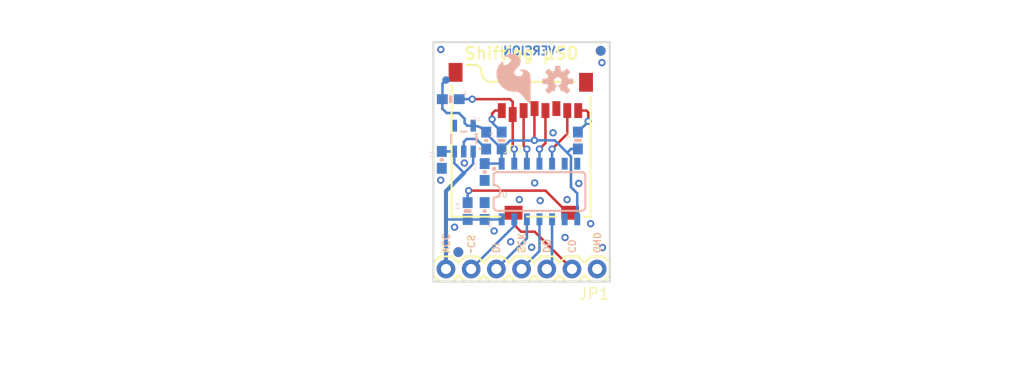
<source format=kicad_pcb>
(kicad_pcb (version 20211014) (generator pcbnew)
  (layers (0 "F.Cu" signal) (31 "B.Cu" signal) (34 "B.Paste" user) (35 "F.Paste" user) (36 "B.SilkS" user "B.Silkscreen") (37 "F.SilkS" user "F.Silkscreen") (38 "B.Mask" user) (39 "F.Mask" user) (44 "Edge.Cuts" user))
  (net 0 "")
  (net 1 "CD")
  (net 2 "3V3")
  (net 3 "~{CS_3V3}")
  (net 4 "DI_3V3")
  (net 5 "RSV@1")
  (net 6 "RSV@2")
  (net 7 "CDSDSD")
  (net 8 "GND")
  (net 9 "VDD_IO")
  (net 10 "SCK_3V3")
  (net 11 "DO_3V3")
  (net 12 "N$1")
  (net 13 "DI")
  (net 14 "N$3")
  (net 15 "DO")
  (footprint "boardEagle:1X07" (layer "F.Cu") (at 156.1211 115.7986 180)
    (fp_text reference "JP1" (at -1.3462 -1.8288 180) (layer "F.SilkS") (effects (font (size 1.143 1.143) (thickness 0.127)) (justify right top)))
    (fp_text value "")
    (fp_line (start 4.445 1.27) (end 3.81 0.635) (layer "F.SilkS") (width 0.2032))
    (fp_line (start 15.875 1.27) (end 14.605 1.27) (layer "F.SilkS") (width 0.2032))
    (fp_line (start 5.715 -1.27) (end 6.35 -0.635) (layer "F.SilkS") (width 0.2032))
    (fp_line (start 3.81 -0.635) (end 4.445 -1.27) (layer "F.SilkS") (width 0.2032))
    (fp_line (start 8.89 -0.635) (end 9.525 -1.27) (layer "F.SilkS") (width 0.2032))
    (fp_line (start -0.635 -1.27) (end -1.27 -0.635) (layer "F.SilkS") (width 0.2032))
    (fp_line (start 3.81 0.635) (end 3.175 1.27) (layer "F.SilkS") (width 0.2032))
    (fp_line (start 16.51 0.635) (end 15.875 1.27) (layer "F.SilkS") (width 0.2032))
    (fp_line (start 1.905 -1.27) (end 3.175 -1.27) (layer "F.SilkS") (width 0.2032))
    (fp_line (start 0.635 1.27) (end -0.635 1.27) (layer "F.SilkS") (width 0.2032))
    (fp_line (start 9.525 -1.27) (end 10.795 -1.27) (layer "F.SilkS") (width 0.2032))
    (fp_line (start 13.335 1.27) (end 12.065 1.27) (layer "F.SilkS") (width 0.2032))
    (fp_line (start 1.905 1.27) (end 1.27 0.635) (layer "F.SilkS") (width 0.2032))
    (fp_line (start 3.175 1.27) (end 1.905 1.27) (layer "F.SilkS") (width 0.2032))
    (fp_line (start 12.065 -1.27) (end 13.335 -1.27) (layer "F.SilkS") (width 0.2032))
    (fp_line (start 6.35 0.635) (end 6.985 1.27) (layer "F.SilkS") (width 0.2032))
    (fp_line (start 6.985 -1.27) (end 8.255 -1.27) (layer "F.SilkS") (width 0.2032))
    (fp_line (start 14.605 -1.27) (end 15.875 -1.27) (layer "F.SilkS") (width 0.2032))
    (fp_line (start 11.43 0.635) (end 10.795 1.27) (layer "F.SilkS") (width 0.2032))
    (fp_line (start 9.525 1.27) (end 8.89 0.635) (layer "F.SilkS") (width 0.2032))
    (fp_line (start 15.875 -1.27) (end 16.51 -0.635) (layer "F.SilkS") (width 0.2032))
    (fp_line (start 3.175 -1.27) (end 3.81 -0.635) (layer "F.SilkS") (width 0.2032))
    (fp_line (start -0.635 -1.27) (end 0.635 -1.27) (layer "F.SilkS") (width 0.2032))
    (fp_line (start 11.43 -0.635) (end 12.065 -1.27) (layer "F.SilkS") (width 0.2032))
    (fp_line (start 13.335 -1.27) (end 13.97 -0.635) (layer "F.SilkS") (width 0.2032))
    (fp_line (start 8.89 0.635) (end 8.255 1.27) (layer "F.SilkS") (width 0.2032))
    (fp_line (start 10.795 -1.27) (end 11.43 -0.635) (layer "F.SilkS") (width 0.2032))
    (fp_line (start 10.795 1.27) (end 9.525 1.27) (layer "F.SilkS") (width 0.2032))
    (fp_line (start 1.27 -0.635) (end 1.905 -1.27) (layer "F.SilkS") (width 0.2032))
    (fp_line (start -1.27 -0.635) (end -1.27 0.635) (layer "F.SilkS") (width 0.2032))
    (fp_line (start -1.27 0.635) (end -0.635 1.27) (layer "F.SilkS") (width 0.2032))
    (fp_line (start 4.445 -1.27) (end 5.715 -1.27) (layer "F.SilkS") (width 0.2032))
    (fp_line (start 5.715 1.27) (end 4.445 1.27) (layer "F.SilkS") (width 0.2032))
    (fp_line (start 13.97 0.635) (end 14.605 1.27) (layer "F.SilkS") (width 0.2032))
    (fp_line (start 13.97 0.635) (end 13.335 1.27) (layer "F.SilkS") (width 0.2032))
    (fp_line (start 14.605 -1.27) (end 13.97 -0.635) (layer "F.SilkS") (width 0.2032))
    (fp_line (start 8.255 1.27) (end 6.985 1.27) (layer "F.SilkS") (width 0.2032))
    (fp_line (start 6.985 -1.27) (end 6.35 -0.635) (layer "F.SilkS") (width 0.2032))
    (fp_line (start 6.35 0.635) (end 5.715 1.27) (layer "F.SilkS") (width 0.2032))
    (fp_line (start 1.27 0.635) (end 0.635 1.27) (layer "F.SilkS") (width 0.2032))
    (fp_line (start 8.255 -1.27) (end 8.89 -0.635) (layer "F.SilkS") (width 0.2032))
    (fp_line (start 0.635 -1.27) (end 1.27 -0.635) (layer "F.SilkS") (width 0.2032))
    (fp_line (start 16.51 -0.635) (end 16.51 0.635) (layer "F.SilkS") (width 0.2032))
    (fp_line (start 12.065 1.27) (end 11.43 0.635) (layer "F.SilkS") (width 0.2032))
    (pad "1" thru_hole circle (at 0 0 270) (size 1.8796 1.8796) (drill 1.016) (layers *.Cu *.Mask) (net 8 "GND"))
    (pad "2" thru_hole circle (at 2.54 0 270) (size 1.8796 1.8796) (drill 1.016) (layers *.Cu *.Mask) (net 1 "CD"))
    (pad "3" thru_hole circle (at 5.08 0 270) (size 1.8796 1.8796) (drill 1.016) (layers *.Cu *.Mask) (net 15 "DO"))
    (pad "4" thru_hole circle (at 7.62 0 270) (size 1.8796 1.8796) (drill 1.016) (layers *.Cu *.Mask) (net 14 "N$3"))
    (pad "5" thru_hole circle (at 10.16 0 270) (size 1.8796 1.8796) (drill 1.016) (layers *.Cu *.Mask) (net 13 "DI"))
    (pad "6" thru_hole circle (at 12.7 0 270) (size 1.8796 1.8796) (drill 1.016) (layers *.Cu *.Mask) (net 12 "N$1"))
    (pad "7" thru_hole circle (at 15.24 0 270) (size 1.8796 1.8796) (drill 1.016) (layers *.Cu *.Mask) (net 9 "VDD_IO"))
  )
  (footprint "boardEagle:FIDUCIAL-1X2" (layer "F.Cu") (at 142.1257 114.0968)
    (fp_text reference "FID4" hide)
    (fp_text value "FIDUCIAL1X2" hide)
    (pad "1" smd roundrect (at 0 0) (size 1 1) (layers "F.Cu" "F.Mask") (roundrect_rratio 0.5))
  )
  (footprint "boardEagle:FIDUCIAL-1X2" (layer "F.Cu") (at 156.4767 93.8022)
    (fp_text reference "FID3" hide)
    (fp_text value "FIDUCIAL1X2" hide)
    (pad "1" smd roundrect (at 0 0) (size 1 1) (layers "F.Cu" "F.Mask") (roundrect_rratio 0.5))
  )
  (footprint "boardEagle:CREATIVE_COMMONS" (layer "F.Cu") (at 116.2431 126.8476)
    (fp_text reference "FRAME1" hide)
    (fp_text value "FRAME-LETTER" hide)
  )
  (footprint "boardEagle:MICRO-SD-SOCKET-PP" (layer "F.Cu") (at 155.448 110.5281)
    (fp_text reference "JP2" (at -8.89 -6.35) (layer "F.SilkS") (effects (font (size 0.747776 0.747776) (thickness 0.065024)) (justify left bottom)))
    (fp_text value "USD_CONNECTOR")
    (fp_line (start 0 -12.1) (end 0 0) (layer "F.SilkS") (width 0.2032))
    (fp_line (start -14 0) (end -9.1 0) (layer "F.SilkS") (width 0.2032))
    (fp_line (start -10 -13.6) (end -1.6 -13.6) (layer "F.SilkS") (width 0.2032))
    (fp_line (start 0 0) (end -0.7 0) (layer "F.SilkS") (width 0.2032))
    (fp_line (start -3.4 0) (end -6.4 0) (layer "F.SilkS") (width 0.2032))
    (fp_line (start -14 0) (end -14 -13.2) (layer "F.SilkS") (width 0.2032))
    (fp_line (start -11.7 -15.3) (end -12.5 -15.3) (layer "F.SilkS") (width 0.2032))
    (fp_arc (start -10.000001 -13.599999) (mid -10.700001 -13.9) (end -11 -14.6) (layer "F.SilkS") (width 0.2032))
    (fp_arc (start -11.7 -15.3) (mid -11.189022 -15.110978) (end -10.999999 -14.600001) (layer "F.SilkS") (width 0.2032))
    (pad "CD1" smd rect (at -2.05 -0.4) (size 1.8 1.4) (layers "F.Cu" "F.Paste" "F.Mask") (net 7 "CDSDSD"))
    (pad "CD2" smd rect (at -7.75 -0.4) (size 1.8 1.4) (layers "F.Cu" "F.Paste" "F.Mask") (net 1 "CD"))
    (pad "CS" smd rect (at -7.84 -10.3) (size 0.8 1.5) (layers "F.Cu" "F.Paste" "F.Mask") (net 3 "~{CS_3V3}"))
    (pad "DI" smd rect (at -6.74 -10.7) (size 0.8 1.5) (layers "F.Cu" "F.Paste" "F.Mask") (net 4 "DI_3V3"))
    (pad "DO" smd rect (at -2.34 -10.7) (size 0.8 1.5) (layers "F.Cu" "F.Paste" "F.Mask") (net 11 "DO_3V3"))
    (pad "GND" smd rect (at -3.44 -10.9) (size 0.8 1.5) (layers "F.Cu" "F.Paste" "F.Mask") (net 8 "GND"))
    (pad "GND1" smd rect (at -13.6 -14.55) (size 1.4 1.9) (layers "F.Cu" "F.Paste" "F.Mask") (net 8 "GND"))
    (pad "GND3" smd rect (at -0.45 -13.55) (size 1.4 1.9) (layers "F.Cu" "F.Paste" "F.Mask") (net 8 "GND"))
    (pad "RSV1" smd rect (at -8.94 -10.7) (size 0.8 1.5) (layers "F.Cu" "F.Paste" "F.Mask") (net 5 "RSV@1"))
    (pad "RSV2" smd rect (at -1.24 -10.7) (size 0.8 1.5) (layers "F.Cu" "F.Paste" "F.Mask") (net 6 "RSV@2"))
    (pad "SCLK" smd rect (at -4.54 -10.7) (size 0.8 1.5) (layers "F.Cu" "F.Paste" "F.Mask") (net 10 "SCK_3V3"))
    (pad "VCC" smd rect (at -5.64 -10.9) (size 0.8 1.5) (layers "F.Cu" "F.Paste" "F.Mask") (net 2 "3V3"))
  )
  (footprint "boardEagle:OSHW-LOGO-S" (layer "B.Cu") (at 152.146 96.8756 180)
    (fp_text reference "LOGO2" hide)
    (fp_text value "OSHW-LOGOS" hide)
    (fp_poly (pts (xy 0.301647 1.061351) (xy 0.42347 1.022344) (xy 0.537177 0.963769) (xy 0.92862 1.282946) (xy 1.282946 0.92862) (xy 0.961035 0.533823) (xy 1.057046 0.302084) (xy 1.5638 0.250561) (xy 1.5638 -0.250561) (xy 1.057046 -0.302084) (xy 0.961035 -0.533823) (xy 1.282946 -0.92862) (xy 0.92862 -1.282946) (xy 0.537177 -0.96377) (xy 0.356601 -1.056794) (xy 0.088679 -0.410073) (xy 0.326262 -0.2176) (xy 0.373649 -0.121468) (xy 0.392729 -0.010339) (xy 0.379464 0.101634) (xy 0.334947 0.205229) (xy 0.262842 0.291918) (xy 0.169087 0.354561) (xy 0.061406 0.387999) (xy -0.051342 0.38948) (xy -0.159868 0.358881) (xy -0.255234 0.298724) (xy -0.329589 0.213962) (xy -0.376813 0.111569) (xy -0.392176 0.005767) (xy -0.322923 -0.222565) (xy -0.249312 -0.303773) (xy 0.091677 -0.5081) (xy -0.12929 -0.5081) (xy -0.355332 -1.053732) (xy -0.506597 -0.983577) (xy -0.538922 -0.965192) (xy -0.92862 -1.282946) (xy -1.282946 -0.92862) (xy -0.961035 -0.533823) (xy -1.057046 -0.302084) (xy -1.5638 -0.250561) (xy -1.5638 0.250561) (xy -1.057046 0.302084) (xy -0.961035 0.533823) (xy -1.282946 0.92862) (xy -0.92862 1.282946) (xy -0.533823 0.961035) (xy -0.302084 1.057046) (xy -0.250561 1.5638) (xy 0.250561 1.5638)) (layer "B.SilkS") (width 0) (fill solid))
  )
  (footprint "boardEagle:0603-CAP" (layer "B.Cu") (at 140.462 104.8004 -90)
    (fp_text reference "C1" (at -0.889 0.762 90) (layer "B.SilkS") (effects (font (size 0.373888 0.373888) (thickness 0.032512)) (justify left bottom mirror)))
    (fp_text value "1.0uF")
    (fp_line (start 0 0.02794) (end 0 -0.02794) (layer "B.SilkS") (width 0.381))
    (pad "1" smd rect (at -0.85 0 270) (size 1.1 1) (layers "B.Cu" "B.Paste" "B.Mask") (net 9 "VDD_IO"))
    (pad "2" smd rect (at 0.85 0 270) (size 1.1 1) (layers "B.Cu" "B.Paste" "B.Mask") (net 8 "GND"))
  )
  (footprint "boardEagle:0603-RES" (layer "B.Cu") (at 146.4945 102.8446 -90)
    (fp_text reference "R1" (at -0.889 0.762 90) (layer "B.SilkS") (effects (font (size 0.373888 0.373888) (thickness 0.032512)) (justify left bottom mirror)))
    (fp_text value "100k")
    (fp_poly (pts (xy -0.1905 -0.381) (xy 0.1905 -0.381) (xy 0.1905 0.381) (xy -0.1905 0.381)) (layer "B.SilkS") (width 0) (fill solid))
    (pad "1" smd rect (at -0.85 0 270) (size 1.1 1) (layers "B.Cu" "B.Paste" "B.Mask") (net 5 "RSV@1"))
    (pad "2" smd rect (at 0.85 0 270) (size 1.1 1) (layers "B.Cu" "B.Paste" "B.Mask") (net 2 "3V3"))
  )
  (footprint "boardEagle:0603-CAP" (layer "B.Cu") (at 144.9324 102.8573 -90)
    (fp_text reference "C2" (at -0.889 0.762 90) (layer "B.SilkS") (effects (font (size 0.373888 0.373888) (thickness 0.032512)) (justify left bottom mirror)))
    (fp_text value "1.0uF")
    (fp_line (start 0 0.02794) (end 0 -0.02794) (layer "B.SilkS") (width 0.381))
    (pad "1" smd rect (at -0.85 0 270) (size 1.1 1) (layers "B.Cu" "B.Paste" "B.Mask") (net 2 "3V3"))
    (pad "2" smd rect (at 0.85 0 270) (size 1.1 1) (layers "B.Cu" "B.Paste" "B.Mask") (net 8 "GND"))
  )
  (footprint "boardEagle:SOT23-5" (layer "B.Cu") (at 142.6718 102.6541 180)
    (fp_text reference "U2" (at -0.889 2.159) (layer "B.SilkS") (effects (font (size 0.373888 0.373888) (thickness 0.032512)) (justify right top mirror)))
    (fp_text value "3.3V")
    (fp_line (start 1.27 0.4294) (end 1.27 -0.4294) (layer "B.SilkS") (width 0.2032))
    (fp_line (start -0.2684 0.7088) (end 0.2684 0.7088) (layer "B.SilkS") (width 0.2032))
    (fp_line (start -1.27 -0.4294) (end -1.27 0.4294) (layer "B.SilkS") (width 0.2032))
    (fp_circle (center -1.6002 -1.016) (end -1.5367 -1.016) (layer "B.SilkS") (width 0.127) (fill solid))
    (pad "1" smd rect (at -0.95 -1.3001 180) (size 0.55 1.2) (layers "B.Cu" "B.Paste" "B.Mask") (net 9 "VDD_IO"))
    (pad "2" smd rect (at 0 -1.3001 180) (size 0.55 1.2) (layers "B.Cu" "B.Paste" "B.Mask") (net 8 "GND"))
    (pad "3" smd rect (at 0.95 -1.3001 180) (size 0.55 1.2) (layers "B.Cu" "B.Paste" "B.Mask") (net 9 "VDD_IO"))
    (pad "4" smd rect (at 0.95 1.3001 180) (size 0.55 1.2) (layers "B.Cu" "B.Paste" "B.Mask"))
    (pad "5" smd rect (at -0.95 1.3001 180) (size 0.55 1.2) (layers "B.Cu" "B.Paste" "B.Mask") (net 2 "3V3"))
  )
  (footprint "boardEagle:SO14" (layer "B.Cu") (at 150.3045 107.9881)
    (fp_text reference "U1" (at -3.175 0.635 180) (layer "B.SilkS") (effects (font (size 0.54864 0.54864) (thickness 0.06096)) (justify left bottom mirror)))
    (fp_text value "TXB0104")
    (fp_line (start -4.6228 -1.6653) (end -4.6228 -0.6604) (layer "B.SilkS") (width 0.2032))
    (fp_line (start 4.6228 -1.5653) (end 4.6228 1.5653) (layer "B.SilkS") (width 0.2032))
    (fp_line (start -4.6228 1.4526) (end -4.6228 0.6096) (layer "B.SilkS") (width 0.2032))
    (fp_line (start 4.2418 1.9463) (end -4.2418 1.9463) (layer "B.SilkS") (width 0.2032))
    (fp_line (start -4.2418 -1.9463) (end 4.3418 -1.9463) (layer "B.SilkS") (width 0.2032))
    (fp_arc (start -4.6228 -1.6653) (mid -4.49054 -1.884767) (end -4.241799 -1.946301) (layer "B.SilkS") (width 0.2032))
    (fp_arc (start -4.2418 1.9463) (mid -4.531948 1.784731) (end -4.6228 1.4653) (layer "B.SilkS") (width 0.2032))
    (fp_arc (start 4.3418 -1.9463) (mid 4.561208 -1.813997) (end 4.6228 -1.5653) (layer "B.SilkS") (width 0.2032))
    (fp_arc (start 4.6228 1.565298) (mid 4.511237 1.834736) (end 4.2418 1.9463) (layer "B.SilkS") (width 0.2032))
    (fp_arc (start -4.572 -0.6604) (mid -3.937 -0.0254) (end -4.572 0.6096) (layer "B.SilkS") (width 0.2032))
    (fp_circle (center -4.572 -2.3114) (end -4.462752 -2.3114) (layer "B.SilkS") (width 0.218496) (fill solid))
    (pad "1" smd rect (at -3.81 -2.8) (size 0.6 1.2) (layers "B.Cu" "B.Paste" "B.Mask") (net 2 "3V3"))
    (pad "2" smd rect (at -2.54 -2.8) (size 0.6 1.2) (layers "B.Cu" "B.Paste" "B.Mask") (net 3 "~{CS_3V3}"))
    (pad "3" smd rect (at -1.27 -2.8) (size 0.6 1.2) (layers "B.Cu" "B.Paste" "B.Mask") (net 4 "DI_3V3"))
    (pad "4" smd rect (at 0 -2.8) (size 0.6 1.2) (layers "B.Cu" "B.Paste" "B.Mask") (net 10 "SCK_3V3"))
    (pad "5" smd rect (at 1.27 -2.8) (size 0.6 1.2) (layers "B.Cu" "B.Paste" "B.Mask") (net 11 "DO_3V3"))
    (pad "6" smd rect (at 2.54 -2.8) (size 0.6 1.2) (layers "B.Cu" "B.Paste" "B.Mask"))
    (pad "7" smd rect (at 3.81 -2.8) (size 0.6 1.2) (layers "B.Cu" "B.Paste" "B.Mask") (net 8 "GND"))
    (pad "8" smd rect (at 3.81 2.8) (size 0.6 1.2) (layers "B.Cu" "B.Paste" "B.Mask") (net 2 "3V3"))
    (pad "9" smd rect (at 2.54 2.8) (size 0.6 1.2) (layers "B.Cu" "B.Paste" "B.Mask"))
    (pad "10" smd rect (at 1.27 2.8) (size 0.6 1.2) (layers "B.Cu" "B.Paste" "B.Mask") (net 15 "DO"))
    (pad "11" smd rect (at 0 2.8) (size 0.6 1.2) (layers "B.Cu" "B.Paste" "B.Mask") (net 14 "N$3"))
    (pad "12" smd rect (at -1.27 2.8) (size 0.6 1.2) (layers "B.Cu" "B.Paste" "B.Mask") (net 13 "DI"))
    (pad "13" smd rect (at -2.54 2.8) (size 0.6 1.2) (layers "B.Cu" "B.Paste" "B.Mask") (net 12 "N$1"))
    (pad "14" smd rect (at -3.81 2.8) (size 0.6 1.2) (layers "B.Cu" "B.Paste" "B.Mask") (net 9 "VDD_IO"))
  )
  (footprint "boardEagle:0603-RES" (layer "B.Cu") (at 143.0655 109.9566 -90)
    (fp_text reference "R3" (at -0.889 0.762 90) (layer "B.SilkS") (effects (font (size 0.373888 0.373888) (thickness 0.032512)) (justify left bottom mirror)))
    (fp_text value "100k")
    (fp_poly (pts (xy -0.1905 -0.381) (xy 0.1905 -0.381) (xy 0.1905 0.381) (xy -0.1905 0.381)) (layer "B.SilkS") (width 0) (fill solid))
    (pad "1" smd rect (at -0.85 0 270) (size 1.1 1) (layers "B.Cu" "B.Paste" "B.Mask") (net 7 "CDSDSD"))
    (pad "2" smd rect (at 0.85 0 270) (size 1.1 1) (layers "B.Cu" "B.Paste" "B.Mask") (net 9 "VDD_IO"))
  )
  (footprint "boardEagle:0603-RES" (layer "B.Cu") (at 141.3637 98.679 180)
    (fp_text reference "R4" (at -0.889 0.762) (layer "B.SilkS") (effects (font (size 0.373888 0.373888) (thickness 0.032512)) (justify right top mirror)))
    (fp_text value "100k")
    (fp_poly (pts (xy -0.1905 -0.381) (xy 0.1905 -0.381) (xy 0.1905 0.381) (xy -0.1905 0.381)) (layer "B.SilkS") (width 0) (fill solid))
    (pad "1" smd rect (at -0.85 0 180) (size 1.1 1) (layers "B.Cu" "B.Paste" "B.Mask") (net 3 "~{CS_3V3}"))
    (pad "2" smd rect (at 0.85 0 180) (size 1.1 1) (layers "B.Cu" "B.Paste" "B.Mask") (net 2 "3V3"))
  )
  (footprint "boardEagle:SFE_LOGO_FLAME_.2" (layer "B.Cu") (at 149.733 99.4791 180)
    (fp_text reference "LOGO1" hide)
    (fp_text value "SFE_LOGO_FLAME.2_INCH" hide)
    (fp_poly (pts (xy 2.356124 5.387841) (xy 2.54221 5.336151) (xy 2.696765 5.274329) (xy 2.820715 5.202025) (xy 2.891641 5.151363) (xy 3.025836 5.0619) (xy 2.88531 5.0619) (xy 2.845311 5.0719) (xy 2.72211 5.0719) (xy 2.636752 5.062416) (xy 2.563301 5.044053) (xy 2.491409 5.008107) (xy 2.417637 4.943557) (xy 2.382274 4.899352) (xy 2.354785 4.844375) (xy 2.336905 4.799676) (xy 2.328626 4.75) (xy 2.337228 4.698388) (xy 2.355 4.636185) (xy 2.392012 4.580668) (xy 2.440009 4.503873) (xy 2.485908 4.457974) (xy 2.55352 4.400021) (xy 2.689709 4.302743) (xy 2.763874 4.265661) (xy 2.895336 4.2281) (xy 2.952181 4.2281) (xy 3.008246 4.252128) (xy 3.049745 4.293627) (xy 3.073607 4.333397) (xy 3.09127 4.439377) (xy 3.0819 4.486227) (xy 3.0819 4.618742) (xy 3.303873 4.480009) (xy 3.480861 4.303021) (xy 3.614896 4.055572) (xy 3.717119 3.769347) (xy 3.768264 3.431786) (xy 3.747805 3.073743) (xy 3.645669 2.706055) (xy 3.452264 2.329424) (xy 3.308996 2.145223) (xy 3.155643 1.981646) (xy 2.981788 1.848698) (xy 2.788079 1.726356) (xy 2.582909 1.634029) (xy 2.357412 1.57253) (xy 2.112372 1.5419) (xy 1.725104 1.5419) (xy 1.622976 1.514047) (xy 1.518969 1.466771) (xy 1.42376 1.400124) (xy 1.326228 1.312346) (xy 1.218056 1.204174) (xy 1.108517 1.074719) (xy 0.977919 0.934075) (xy 0.858086 0.804255) (xy 0.748687 0.684911) (xy 0.648805 0.565052) (xy 0.559226 0.465519) (xy 0.489518 0.375893) (xy 0.427975 0.304094) (xy 0.391313 0.267431) (xy 0.3119 0.108606) (xy 0.3119 2.841002) (xy 0.322025 3.033368) (xy 0.342559 3.197641) (xy 0.384528 3.344532) (xy 0.44803 3.460954) (xy 0.521382 3.555263) (xy 0.605727 3.639608) (xy 0.702167 3.703902) (xy 0.807873 3.746184) (xy 0.921241 3.777103) (xy 1.026227 3.7981) (xy 1.212708 3.7981) (xy 1.289909 3.787071) (xy 1.34311 3.765791) (xy 1.366183 3.7581) (xy 1.461982 3.7581) (xy 1.382569 3.678687) (xy 1.357039 3.665922) (xy 1.315621 3.645214) (xy 1.268829 3.626497) (xy 1.233336 3.599877) (xy 1.185451 3.561569) (xy 1.148854 3.524972) (xy 1.12419 3.492086) (xy 1.1081 3.443817) (xy 1.1081 3.385336) (xy 1.125661 3.323874) (xy 1.151313 3.272569) (xy 1.205908 3.217974) (xy 1.269129 3.163785) (xy 1.351037 3.136482) (xy 1.455104 3.1081) (xy 1.604664 3.1081) (xy 1.733815 3.145) (xy 1.84488 3.219044) (xy 1.926058 3.309241) (xy 1.9619 3.425729) (xy 1.9619 3.551547) (xy 1.897724 3.689068) (xy 1.772099 3.834019) (xy 1.601271 4.004847) (xy 1.467539 4.179728) (xy 1.374405 4.365995) (xy 1.3219 4.544513) (xy 1.3219 4.726526) (xy 1.385749 4.907432) (xy 1.501641 5.076002) (xy 1.67885 5.221939) (xy 1.916748 5.34606) (xy 2.146668 5.398314)) (layer "B.SilkS") (width 0) (fill solid))
  )
  (footprint "boardEagle:FIDUCIAL-1X2" (layer "B.Cu") (at 142.1257 114.0968 180)
    (fp_text reference "FID2" hide)
    (fp_text value "FIDUCIAL1X2" hide)
    (pad "1" smd roundrect (at 0 0 180) (size 1 1) (layers "B.Cu" "B.Mask") (roundrect_rratio 0.5))
  )
  (footprint "boardEagle:PAD.03X.03" (layer "B.Cu") (at 140.8811 96.7486 180)
    (fp_text reference "TP1" hide)
    (fp_text value "" hide)
    (pad "P$1" smd roundrect (at 0 0 180) (size 0.762 0.762) (layers "B.Cu" "B.Mask") (roundrect_rratio 0.5) (net 2 "3V3"))
  )
  (footprint "boardEagle:FIDUCIAL-1X2" (layer "B.Cu") (at 156.4767 93.8022 180)
    (fp_text reference "FID1" hide)
    (fp_text value "FIDUCIAL1X2" hide)
    (pad "1" smd roundrect (at 0 0 180) (size 1 1) (layers "B.Cu" "B.Mask") (roundrect_rratio 0.5))
  )
  (footprint "boardEagle:0603-CAP" (layer "B.Cu") (at 144.78 109.9566 90)
    (fp_text reference "C3" (at -0.889 0.762 270) (layer "B.SilkS") (effects (font (size 0.373888 0.373888) (thickness 0.032512)) (justify left bottom mirror)))
    (fp_text value "0.1uF")
    (fp_line (start 0 0.02794) (end 0 -0.02794) (layer "B.SilkS") (width 0.381))
    (pad "1" smd rect (at -0.85 0 90) (size 1.1 1) (layers "B.Cu" "B.Paste" "B.Mask") (net 9 "VDD_IO"))
    (pad "2" smd rect (at 0.85 0 90) (size 1.1 1) (layers "B.Cu" "B.Paste" "B.Mask") (net 8 "GND"))
  )
  (footprint "boardEagle:0603-CAP" (layer "B.Cu") (at 144.78 106.0196 -90)
    (fp_text reference "C4" (at -0.889 0.762 90) (layer "B.SilkS") (effects (font (size 0.373888 0.373888) (thickness 0.032512)) (justify left bottom mirror)))
    (fp_text value "0.1uF")
    (fp_line (start 0 0.02794) (end 0 -0.02794) (layer "B.SilkS") (width 0.381))
    (pad "1" smd rect (at -0.85 0 270) (size 1.1 1) (layers "B.Cu" "B.Paste" "B.Mask") (net 2 "3V3"))
    (pad "2" smd rect (at 0.85 0 270) (size 1.1 1) (layers "B.Cu" "B.Paste" "B.Mask") (net 8 "GND"))
  )
  (footprint "boardEagle:0603-RES" (layer "B.Cu") (at 154.178 102.8446 -90)
    (fp_text reference "R2" (at -0.889 0.762 90) (layer "B.SilkS") (effects (font (size 0.373888 0.373888) (thickness 0.032512)) (justify left bottom mirror)))
    (fp_text value "100k")
    (fp_poly (pts (xy -0.1905 -0.381) (xy 0.1905 -0.381) (xy 0.1905 0.381) (xy -0.1905 0.381)) (layer "B.SilkS") (width 0) (fill solid))
    (pad "1" smd rect (at -0.85 0 270) (size 1.1 1) (layers "B.Cu" "B.Paste" "B.Mask") (net 6 "RSV@2"))
    (pad "2" smd rect (at 0.85 0 270) (size 1.1 1) (layers "B.Cu" "B.Paste" "B.Mask") (net 2 "3V3"))
  )
  (gr_line (start 157.3911 92.9386) (end 157.3911 117.0686) (layer "Edge.Cuts") (width 0.2032))
  (gr_line (start 139.6111 92.9386) (end 157.3911 92.9386) (layer "Edge.Cuts") (width 0.2032))
  (gr_line (start 139.6111 117.0686) (end 139.6111 92.9386) (layer "Edge.Cuts") (width 0.2032))
  (gr_line (start 157.3911 117.0686) (end 139.6111 117.0686) (layer "Edge.Cuts") (width 0.2032))
  (gr_text ">VERSION" (at 149.7965 93.3196) (layer "B.Cu") (effects (font (size 0.83312 0.83312) (thickness 0.18288)) (justify top mirror)))
  (gr_text "~CS" (at 143.3957 114.2746 -90) (layer "B.SilkS") (effects (font (size 0.69088 0.69088) (thickness 0.12192)) (justify left mirror)))
  (gr_text "SCK" (at 148.4757 114.2746 -90) (layer "B.SilkS") (effects (font (size 0.69088 0.69088) (thickness 0.12192)) (justify left mirror)))
  (gr_text "DI" (at 145.9103 114.2746 -90) (layer "B.SilkS") (effects (font (size 0.69088 0.69088) (thickness 0.12192)) (justify left mirror)))
  (gr_text "VCC" (at 140.8557 114.2746 -90) (layer "B.SilkS") (effects (font (size 0.69088 0.69088) (thickness 0.12192)) (justify left mirror)))
  (gr_text "CD" (at 153.5557 114.2746 -90) (layer "B.SilkS") (effects (font (size 0.69088 0.69088) (thickness 0.12192)) (justify left mirror)))
  (gr_text "DO" (at 151.0157 114.2746 -90) (layer "B.SilkS") (effects (font (size 0.69088 0.69088) (thickness 0.12192)) (justify left mirror)))
  (gr_text "GND" (at 156.0957 114.2746 -90) (layer "B.SilkS") (effects (font (size 0.69088 0.69088) (thickness 0.12192)) (justify left mirror)))
  (gr_text "Shifting µSD" (at 148.5011 94.7674) (layer "F.SilkS") (effects (font (size 1.20904 1.20904) (thickness 0.21336)) (justify bottom)))
  (gr_text "~CS" (at 143.3957 114.2746 90) (layer "F.SilkS") (effects (font (size 0.69088 0.69088) (thickness 0.12192)) (justify left)))
  (gr_text "GND" (at 156.0957 114.2746 90) (layer "F.SilkS") (effects (font (size 0.69088 0.69088) (thickness 0.12192)) (justify left)))
  (gr_text "VCC" (at 140.8557 114.2746 90) (layer "F.SilkS") (effects (font (size 0.69088 0.69088) (thickness 0.12192)) (justify left)))
  (gr_text "CD" (at 153.5557 114.2746 90) (layer "F.SilkS") (effects (font (size 0.69088 0.69088) (thickness 0.12192)) (justify left)))
  (gr_text "DO" (at 151.0157 114.2746 90) (layer "F.SilkS") (effects (font (size 0.69088 0.69088) (thickness 0.12192)) (justify left)))
  (gr_text "SCK" (at 148.4757 114.2746 90) (layer "F.SilkS") (effects (font (size 0.69088 0.69088) (thickness 0.12192)) (justify left)))
  (gr_text "DI" (at 145.9103 114.2746 90) (layer "F.SilkS") (effects (font (size 0.69088 0.69088) (thickness 0.12192)) (justify left)))
  (segment (start 147.698 111.2871) (end 148.4503 112.0394) (width 0.254) (layer "F.Cu") (net 1))
  (segment (start 149.8219 112.0394) (end 153.5811 115.7986) (width 0.254) (layer "F.Cu") (net 1))
  (segment (start 147.698 110.1281) (end 147.698 111.2871) (width 0.254) (layer "F.Cu") (net 1))
  (segment (start 148.4503 112.0394) (end 149.8219 112.0394) (width 0.254) (layer "F.Cu") (net 1))
  (segment (start 149.7965 99.6396) (end 149.808 99.6281) (width 0.254) (layer "F.Cu") (net 2))
  (segment (start 149.7965 102.8319) (end 149.7965 99.6396) (width 0.254) (layer "F.Cu") (net 2))
  (via (at 149.7965 102.8319) (size 0.7366) (drill 0.381) (layers "F.Cu" "B.Cu") (net 2))
  (segment (start 153.4795 107.5436) (end 153.4795 104.4575) (width 0.254) (layer "B.Cu") (net 2))
  (segment (start 154.178 103.6946) (end 153.4795 103.6946) (width 0.254) (layer "B.Cu") (net 2))
  (segment (start 144.119798 101.431376) (end 144.354 101.526377) (width 0.254) (layer "B.Cu") (net 2))
  (segment (start 142.7607 101.092) (end 142.7607 100.6602) (width 0.254) (layer "B.Cu") (net 2))
  (segment (start 143.6218 101.354) (end 143.621799 101.354) (width 0.254) (layer "B.Cu") (net 2))
  (segment (start 143.873786 101.373459) (end 144.119798 101.431376) (width 0.254) (layer "B.Cu") (net 2))
  (segment (start 140.5137 98.679) (end 140.5255 98.679) (width 0.254) (layer "B.Cu") (net 2))
  (segment (start 144.354 101.526377) (end 144.570841 101.65621) (width 0.254) (layer "B.Cu") (net 2))
  (segment (start 146.4945 103.6946) (end 146.4945 105.1881) (width 0.254) (layer "B.Cu") (net 2))
  (segment (start 147.3445 102.8446) (end 146.4945 103.6946) (width 0.254) (layer "B.Cu") (net 2))
  (segment (start 153.13025 104.10825) (end 153.4795 104.4575) (width 0.254) (layer "B.Cu") (net 2))
  (segment (start 149.7838 102.8446) (end 147.3445 102.8446) (width 0.254) (layer "B.Cu") (net 2))
  (segment (start 151.8539 102.8319) (end 153.13025 104.10825) (width 0.254) (layer "B.Cu") (net 2))
  (segment (start 143.0227 101.354) (end 142.7607 101.092) (width 0.254) (layer "B.Cu") (net 2))
  (segment (start 140.5255 98.679) (end 140.5255 97.1042) (width 0.254) (layer "B.Cu") (net 2))
  (segment (start 142.7607 100.6602) (end 142.1765 100.076) (width 0.254) (layer "B.Cu") (net 2))
  (segment (start 143.6218 101.354) (end 143.0227 101.354) (width 0.254) (layer "B.Cu") (net 2))
  (segment (start 140.5255 97.1042) (end 140.8811 96.7486) (width 0.254) (layer "B.Cu") (net 2))
  (segment (start 144.78 105.1696) (end 146.476 105.1696) (width 0.254) (layer "B.Cu") (net 2))
  (segment (start 143.621799 101.354) (end 143.873786 101.373459) (width 0.254) (layer "B.Cu") (net 2))
  (segment (start 142.1765 100.076) (end 140.9573 100.076) (width 0.254) (layer "B.Cu") (net 2))
  (segment (start 153.4795 103.6946) (end 153.13025 104.04385) (width 0.254) (layer "B.Cu") (net 2))
  (segment (start 151.8539 102.8319) (end 149.7965 102.8319) (width 0.254) (layer "B.Cu") (net 2))
  (segment (start 144.9324 102.1325) (end 146.4945 103.6946) (width 0.254) (layer "B.Cu") (net 2))
  (segment (start 154.1145 108.1786) (end 154.1145 110.7881) (width 0.254) (layer "B.Cu") (net 2))
  (segment (start 146.476 105.1696) (end 146.4945 105.1881) (width 0.254) (layer "B.Cu") (net 2))
  (segment (start 144.9324 102.0073) (end 144.9324 102.1325) (width 0.254) (layer "B.Cu") (net 2))
  (segment (start 140.9573 100.076) (end 140.5137 99.6324) (width 0.254) (layer "B.Cu") (net 2))
  (segment (start 149.7838 102.8446) (end 149.7965 102.8319) (width 0.254) (layer "B.Cu") (net 2))
  (segment (start 140.5137 99.6324) (end 140.5137 98.679) (width 0.254) (layer "B.Cu") (net 2))
  (segment (start 153.13025 104.04385) (end 153.13025 104.10825) (width 0.254) (layer "B.Cu") (net 2))
  (segment (start 144.570841 101.65621) (end 144.9324 102.0073) (width 0.254) (layer "B.Cu") (net 2))
  (segment (start 153.4795 107.5436) (end 154.1145 108.1786) (width 0.254) (layer "B.Cu") (net 2))
  (segment (start 147.608 100.2281) (end 147.608 103.7082) (width 0.254) (layer "F.Cu") (net 3))
  (segment (start 147.608 103.7082) (end 147.7645 103.7082) (width 0.254) (layer "F.Cu") (net 3))
  (segment (start 147.3327 98.679) (end 143.5227 98.679) (width 0.254) (layer "F.Cu") (net 3))
  (segment (start 147.608 98.9543) (end 147.608 100.2281) (width 0.254) (layer "F.Cu") (net 3))
  (segment (start 147.608 98.9543) (end 147.3327 98.679) (width 0.254) (layer "F.Cu") (net 3))
  (via (at 143.5227 98.679) (size 0.7366) (drill 0.381) (layers "F.Cu" "B.Cu") (net 3))
  (via (at 147.7645 103.7082) (size 0.7366) (drill 0.381) (layers "F.Cu" "B.Cu") (net 3))
  (segment (start 142.2137 98.679) (end 143.5227 98.679) (width 0.254) (layer "B.Cu") (net 3))
  (segment (start 147.7645 103.7082) (end 147.7645 105.1881) (width 0.254) (layer "B.Cu") (net 3))
  (segment (start 148.708 103.3817) (end 149.0345 103.7082) (width 0.254) (layer "F.Cu") (net 4))
  (segment (start 148.708 99.8281) (end 148.708 103.3817) (width 0.254) (layer "F.Cu") (net 4))
  (via (at 149.0345 103.7082) (size 0.7366) (drill 0.381) (layers "F.Cu" "B.Cu") (net 4))
  (segment (start 149.0345 103.7082) (end 149.0345 105.1881) (width 0.254) (layer "B.Cu") (net 4))
  (segment (start 145.5293 100.1268) (end 145.5293 100.6983) (width 0.254) (layer "F.Cu") (net 5))
  (segment (start 146.508 99.8281) (end 145.828 99.8281) (width 0.254) (layer "F.Cu") (net 5))
  (segment (start 145.828 99.8281) (end 145.5293 100.1268) (width 0.254) (layer "F.Cu") (net 5))
  (via (at 145.5293 100.6983) (size 0.7366) (drill 0.381) (layers "F.Cu" "B.Cu") (net 5))
  (segment (start 145.5293 101.0294) (end 145.5293 100.6983) (width 0.254) (layer "B.Cu") (net 5))
  (segment (start 146.4945 101.9946) (end 145.5293 101.0294) (width 0.254) (layer "B.Cu") (net 5))
  (segment (start 154.208 99.8281) (end 155.035 99.8281) (width 0.254) (layer "F.Cu") (net 6))
  (segment (start 155.2194 100.0125) (end 155.2194 100.9015) (width 0.254) (layer "F.Cu") (net 6))
  (segment (start 155.035 99.8281) (end 155.2194 100.0125) (width 0.254) (layer "F.Cu") (net 6))
  (via (at 155.2194 100.9015) (size 0.7366) (drill 0.381) (layers "F.Cu" "B.Cu") (net 6))
  (segment (start 155.2194 100.9532) (end 155.2194 100.9015) (width 0.254) (layer "B.Cu") (net 6))
  (segment (start 154.178 101.9946) (end 155.2194 100.9532) (width 0.254) (layer "B.Cu") (net 6))
  (segment (start 150.9141 107.8992) (end 152.7429 109.728) (width 0.254) (layer "F.Cu") (net 7))
  (segment (start 143.1671 107.8992) (end 150.9141 107.8992) (width 0.254) (layer "F.Cu") (net 7))
  (segment (start 152.7429 109.728) (end 152.9979 109.728) (width 0.254) (layer "F.Cu") (net 7))
  (segment (start 152.9979 109.728) (end 153.398 110.1281) (width 0.254) (layer "F.Cu") (net 7))
  (via (at 143.1671 107.8992) (size 0.7366) (drill 0.381) (layers "F.Cu" "B.Cu") (net 7))
  (segment (start 143.0655 109.1066) (end 143.0655 108.0008) (width 0.254) (layer "B.Cu") (net 7))
  (segment (start 143.0655 108.0008) (end 143.1671 107.8992) (width 0.254) (layer "B.Cu") (net 7))
  (via (at 155.46324 111.2266) (size 0.7366) (drill 0.381) (layers "F.Cu" "B.Cu") (net 8))
  (via (at 142.7353 105.1179) (size 0.7366) (drill 0.381) (layers "F.Cu" "B.Cu") (net 8))
  (via (at 156.6037 94.996) (size 0.7366) (drill 0.381) (layers "F.Cu" "B.Cu") (net 8))
  (via (at 141.7447 111.5822) (size 0.7366) (drill 0.381) (layers "F.Cu" "B.Cu") (net 8))
  (via (at 149.5171 113.6142) (size 0.7366) (drill 0.381) (layers "F.Cu" "B.Cu") (net 8))
  (via (at 147.4089 113.0554) (size 0.7366) (drill 0.381) (layers "F.Cu" "B.Cu") (net 8))
  (via (at 153.0858 108.8009) (size 0.7366) (drill 0.381) (layers "F.Cu" "B.Cu") (net 8))
  (via (at 154.2669 107.1753) (size 0.7366) (drill 0.381) (layers "F.Cu" "B.Cu") (net 8))
  (via (at 148.2725 108.8009) (size 0.7366) (drill 0.381) (layers "F.Cu" "B.Cu") (net 8))
  (via (at 145.7325 111.9632) (size 0.7366) (drill 0.381) (layers "F.Cu" "B.Cu") (net 8))
  (via (at 140.3604 93.6752) (size 0.7366) (drill 0.381) (layers "F.Cu" "B.Cu") (net 8))
  (via (at 151.6761 102.0699) (size 0.7366) (drill 0.381) (layers "F.Cu" "B.Cu") (net 8))
  (via (at 140.3477 106.8451) (size 0.7366) (drill 0.381) (layers "F.Cu" "B.Cu") (net 8))
  (via (at 149.8219 107.1245) (size 0.7366) (drill 0.381) (layers "F.Cu" "B.Cu") (net 8))
  (via (at 152.8826 112.6236) (size 0.7366) (drill 0.381) (layers "F.Cu" "B.Cu") (net 8))
  (via (at 156.6545 113.6396) (size 0.7366) (drill 0.381) (layers "F.Cu" "B.Cu") (net 8))
  (via (at 150.3807 108.9025) (size 0.7366) (drill 0.381) (layers "F.Cu" "B.Cu") (net 8))
  (segment (start 142.6718 102.9843) (end 142.9639 102.6922) (width 0.254) (layer "B.Cu") (net 8))
  (segment (start 142.6718 103.9542) (end 142.6718 102.9843) (width 0.254) (layer "B.Cu") (net 8))
  (segment (start 143.9173 102.6922) (end 144.9324 103.7073) (width 0.254) (layer "B.Cu") (net 8))
  (segment (start 142.9639 102.6922) (end 143.9173 102.6922) (width 0.254) (layer "B.Cu") (net 8))
  (segment (start 143.6218 105.2093) (end 142.7099 106.1212) (width 0.254) (layer "B.Cu") (net 9))
  (segment (start 140.8811 107.95) (end 142.7099 106.1212) (width 0.4064) (layer "B.Cu") (net 9))
  (segment (start 144.78 110.8066) (end 146.476 110.8066) (width 0.254) (layer "B.Cu") (net 9))
  (segment (start 141.718 103.9504) (end 140.462 103.9504) (width 0.254) (layer "B.Cu") (net 9))
  (segment (start 143.0655 110.8066) (end 144.78 110.8066) (width 0.254) (layer "B.Cu") (net 9))
  (segment (start 143.0655 110.8066) (end 140.9945 110.8066) (width 0.254) (layer "B.Cu") (net 9))
  (segment (start 141.7218 105.1331) (end 142.7099 106.1212) (width 0.254) (layer "B.Cu") (net 9))
  (segment (start 143.6218 103.9542) (end 143.6218 105.2093) (width 0.254) (layer "B.Cu") (net 9))
  (segment (start 140.9945 110.8066) (end 140.8811 110.6932) (width 0.254) (layer "B.Cu") (net 9))
  (segment (start 141.7218 103.9542) (end 141.7218 105.1331) (width 0.254) (layer "B.Cu") (net 9))
  (segment (start 141.7218 103.9542) (end 141.718 103.9504) (width 0.254) (layer "B.Cu") (net 9))
  (segment (start 140.8811 110.6932) (end 140.8811 107.95) (width 0.4064) (layer "B.Cu") (net 9))
  (segment (start 146.476 110.8066) (end 146.4945 110.7881) (width 0.254) (layer "B.Cu") (net 9))
  (segment (start 140.8811 115.7986) (end 140.8811 110.6932) (width 0.4064) (layer "B.Cu") (net 9))
  (segment (start 150.908 103.1047) (end 150.3045 103.7082) (width 0.254) (layer "F.Cu") (net 10))
  (segment (start 150.908 99.8281) (end 150.908 103.1047) (width 0.254) (layer "F.Cu") (net 10))
  (via (at 150.3045 103.7082) (size 0.7366) (drill 0.381) (layers "F.Cu" "B.Cu") (net 10))
  (segment (start 150.3045 103.7082) (end 150.3045 105.1881) (width 0.254) (layer "B.Cu") (net 10))
  (segment (start 153.108 102.1747) (end 151.5745 103.7082) (width 0.254) (layer "F.Cu") (net 11))
  (segment (start 153.108 99.8281) (end 153.108 102.1747) (width 0.254) (layer "F.Cu") (net 11))
  (via (at 151.5745 103.7082) (size 0.7366) (drill 0.381) (layers "F.Cu" "B.Cu") (net 11))
  (segment (start 151.5745 103.7082) (end 151.5745 105.1881) (width 0.254) (layer "B.Cu") (net 11))
  (segment (start 147.7645 110.7881) (end 147.7645 111.4552) (width 0.254) (layer "B.Cu") (net 12))
  (segment (start 147.7645 111.4552) (end 143.4211 115.7986) (width 0.254) (layer "B.Cu") (net 12))
  (segment (start 149.0345 110.7881) (end 149.0345 112.7252) (width 0.254) (layer "B.Cu") (net 13))
  (segment (start 149.0345 112.7252) (end 145.9611 115.7986) (width 0.254) (layer "B.Cu") (net 13))
  (segment (start 150.3045 113.9952) (end 148.5011 115.7986) (width 0.254) (layer "B.Cu") (net 14))
  (segment (start 150.3045 110.7881) (end 150.3045 113.9952) (width 0.254) (layer "B.Cu") (net 14))
  (segment (start 151.5745 110.7881) (end 151.5745 115.2652) (width 0.254) (layer "B.Cu") (net 15))
  (segment (start 151.5745 115.2652) (end 151.0411 115.7986) (width 0.254) (layer "B.Cu") (net 15))
)
</source>
